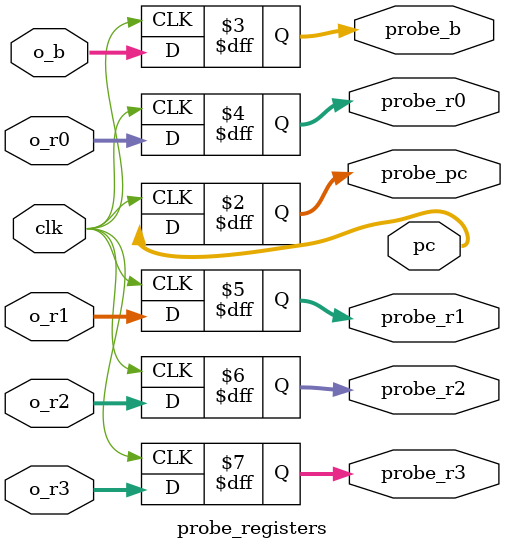
<source format=v>
module probe_registers(
    input  wire clk,
    input  wire [15:0] o_b,
    input  wire [15:0] o_r0,
    input  wire [15:0] o_r1,
    input  wire [15:0] o_r2,
    input  wire [15:0] o_r3,
    output reg [3:0] pc,
    output reg [3:0] probe_pc,
    output reg  [15:0] probe_b,
    output reg  [15:0] probe_r0,
    output reg  [15:0] probe_r1,
    output reg  [15:0] probe_r2,
    output reg  [15:0] probe_r3
);

    always @(posedge clk) begin
        probe_pc <= pc;
        probe_b  <= o_b;
        probe_r0 <= o_r0;
        probe_r1 <= o_r1;
        probe_r2 <= o_r2;
        probe_r3 <= o_r3;
    end
endmodule

</source>
